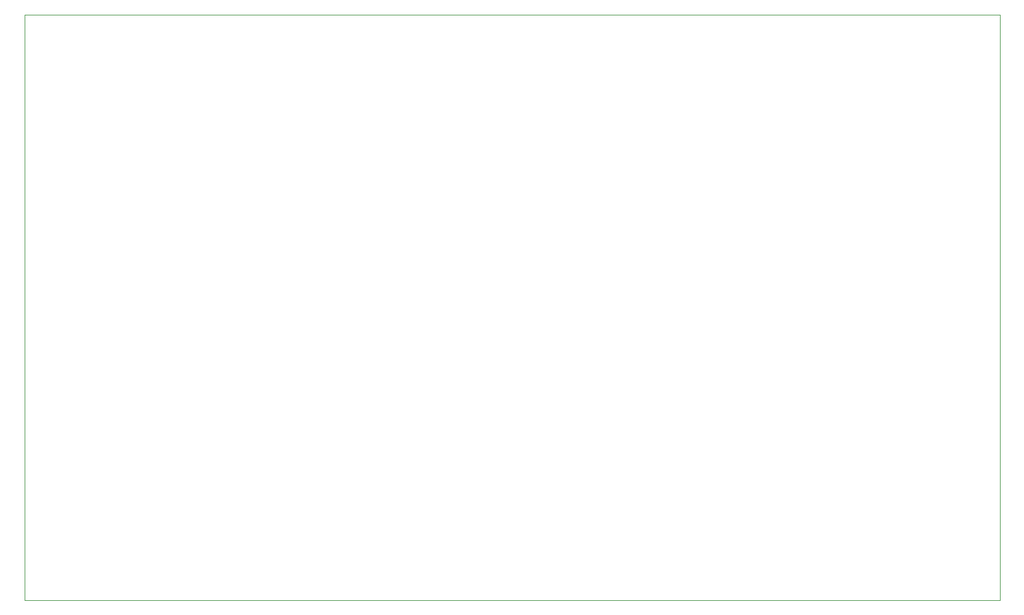
<source format=gbr>
%TF.GenerationSoftware,KiCad,Pcbnew,8.0.4*%
%TF.CreationDate,2024-08-12T16:36:46-06:00*%
%TF.ProjectId,eTerrena,65546572-7265-46e6-912e-6b696361645f,rev?*%
%TF.SameCoordinates,Original*%
%TF.FileFunction,Profile,NP*%
%FSLAX46Y46*%
G04 Gerber Fmt 4.6, Leading zero omitted, Abs format (unit mm)*
G04 Created by KiCad (PCBNEW 8.0.4) date 2024-08-12 16:36:46*
%MOMM*%
%LPD*%
G01*
G04 APERTURE LIST*
%TA.AperFunction,Profile*%
%ADD10C,0.050000*%
%TD*%
G04 APERTURE END LIST*
D10*
X79000000Y-67000000D02*
X213000000Y-67000000D01*
X213000000Y-147500000D01*
X79000000Y-147500000D01*
X79000000Y-67000000D01*
M02*

</source>
